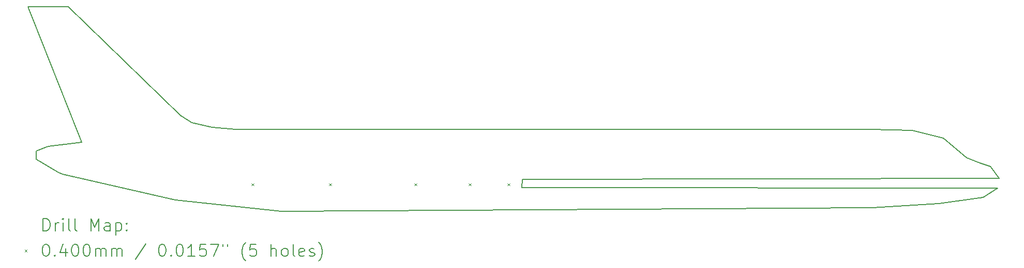
<source format=gbr>
%TF.GenerationSoftware,KiCad,Pcbnew,7.0.10*%
%TF.CreationDate,2024-11-15T18:30:06-05:00*%
%TF.ProjectId,plane_side_view,706c616e-655f-4736-9964-655f76696577,rev?*%
%TF.SameCoordinates,Original*%
%TF.FileFunction,Drillmap*%
%TF.FilePolarity,Positive*%
%FSLAX45Y45*%
G04 Gerber Fmt 4.5, Leading zero omitted, Abs format (unit mm)*
G04 Created by KiCad (PCBNEW 7.0.10) date 2024-11-15 18:30:06*
%MOMM*%
%LPD*%
G01*
G04 APERTURE LIST*
%ADD10C,0.200000*%
%ADD11C,0.100000*%
G04 APERTURE END LIST*
D10*
X11903330Y-7279906D02*
X11902317Y-7415676D01*
X19688535Y-7421616D02*
X19448796Y-7580352D01*
X19568495Y-7068971D02*
X19393239Y-7010720D01*
X19711997Y-7259616D02*
X19568495Y-7068971D01*
X19182686Y-6922030D02*
X19393239Y-7010720D01*
X18796000Y-6604000D02*
X19182686Y-6922030D01*
X18288000Y-6477000D02*
X18796000Y-6604000D01*
X17607750Y-6455518D02*
X18288000Y-6477000D01*
X18719006Y-7681909D02*
X19448796Y-7580352D01*
X17640197Y-7745760D02*
X18719006Y-7681909D01*
X6223000Y-7620000D02*
X4381271Y-7193609D01*
X7960709Y-7804164D02*
X6223000Y-7620000D01*
X11902317Y-7415676D02*
X19688535Y-7421616D01*
X19711997Y-7259616D02*
X11903330Y-7279906D01*
X4303955Y-7162628D02*
X4322903Y-7170344D01*
X4342105Y-7178080D01*
X4361561Y-7185834D01*
X4381271Y-7193609D01*
X7960709Y-7804164D02*
X17640197Y-7745760D01*
X7216953Y-6455518D02*
X17607750Y-6455518D01*
X6828410Y-6422475D02*
X7216953Y-6455518D01*
X6494560Y-6347274D02*
X6828410Y-6422475D01*
X6308443Y-6234751D02*
X6494560Y-6347274D01*
X4470481Y-4445000D02*
X6308443Y-6234751D01*
X3945111Y-6947568D02*
X4303955Y-7162628D01*
X3945111Y-6816524D02*
X3945111Y-6947568D01*
X4140240Y-6739337D02*
X3945111Y-6816524D01*
X4689730Y-6668958D02*
X4140240Y-6739337D01*
X3810000Y-4445000D02*
X4689730Y-6668958D01*
X4470481Y-4445000D02*
X3810000Y-4445000D01*
D11*
X7473000Y-7346000D02*
X7513000Y-7386000D01*
X7513000Y-7346000D02*
X7473000Y-7386000D01*
X8743000Y-7346000D02*
X8783000Y-7386000D01*
X8783000Y-7346000D02*
X8743000Y-7386000D01*
X10140000Y-7346000D02*
X10180000Y-7386000D01*
X10180000Y-7346000D02*
X10140000Y-7386000D01*
X11029000Y-7346000D02*
X11069000Y-7386000D01*
X11069000Y-7346000D02*
X11029000Y-7386000D01*
X11664000Y-7346000D02*
X11704000Y-7386000D01*
X11704000Y-7346000D02*
X11664000Y-7386000D01*
D10*
X4060777Y-8125648D02*
X4060777Y-7925648D01*
X4060777Y-7925648D02*
X4108396Y-7925648D01*
X4108396Y-7925648D02*
X4136967Y-7935171D01*
X4136967Y-7935171D02*
X4156015Y-7954219D01*
X4156015Y-7954219D02*
X4165539Y-7973267D01*
X4165539Y-7973267D02*
X4175062Y-8011362D01*
X4175062Y-8011362D02*
X4175062Y-8039933D01*
X4175062Y-8039933D02*
X4165539Y-8078029D01*
X4165539Y-8078029D02*
X4156015Y-8097076D01*
X4156015Y-8097076D02*
X4136967Y-8116124D01*
X4136967Y-8116124D02*
X4108396Y-8125648D01*
X4108396Y-8125648D02*
X4060777Y-8125648D01*
X4260777Y-8125648D02*
X4260777Y-7992314D01*
X4260777Y-8030410D02*
X4270301Y-8011362D01*
X4270301Y-8011362D02*
X4279824Y-8001838D01*
X4279824Y-8001838D02*
X4298872Y-7992314D01*
X4298872Y-7992314D02*
X4317920Y-7992314D01*
X4384586Y-8125648D02*
X4384586Y-7992314D01*
X4384586Y-7925648D02*
X4375063Y-7935171D01*
X4375063Y-7935171D02*
X4384586Y-7944695D01*
X4384586Y-7944695D02*
X4394110Y-7935171D01*
X4394110Y-7935171D02*
X4384586Y-7925648D01*
X4384586Y-7925648D02*
X4384586Y-7944695D01*
X4508396Y-8125648D02*
X4489348Y-8116124D01*
X4489348Y-8116124D02*
X4479824Y-8097076D01*
X4479824Y-8097076D02*
X4479824Y-7925648D01*
X4613158Y-8125648D02*
X4594110Y-8116124D01*
X4594110Y-8116124D02*
X4584586Y-8097076D01*
X4584586Y-8097076D02*
X4584586Y-7925648D01*
X4841729Y-8125648D02*
X4841729Y-7925648D01*
X4841729Y-7925648D02*
X4908396Y-8068505D01*
X4908396Y-8068505D02*
X4975063Y-7925648D01*
X4975063Y-7925648D02*
X4975063Y-8125648D01*
X5156015Y-8125648D02*
X5156015Y-8020886D01*
X5156015Y-8020886D02*
X5146491Y-8001838D01*
X5146491Y-8001838D02*
X5127444Y-7992314D01*
X5127444Y-7992314D02*
X5089348Y-7992314D01*
X5089348Y-7992314D02*
X5070301Y-8001838D01*
X5156015Y-8116124D02*
X5136967Y-8125648D01*
X5136967Y-8125648D02*
X5089348Y-8125648D01*
X5089348Y-8125648D02*
X5070301Y-8116124D01*
X5070301Y-8116124D02*
X5060777Y-8097076D01*
X5060777Y-8097076D02*
X5060777Y-8078029D01*
X5060777Y-8078029D02*
X5070301Y-8058981D01*
X5070301Y-8058981D02*
X5089348Y-8049457D01*
X5089348Y-8049457D02*
X5136967Y-8049457D01*
X5136967Y-8049457D02*
X5156015Y-8039933D01*
X5251253Y-7992314D02*
X5251253Y-8192314D01*
X5251253Y-8001838D02*
X5270301Y-7992314D01*
X5270301Y-7992314D02*
X5308396Y-7992314D01*
X5308396Y-7992314D02*
X5327444Y-8001838D01*
X5327444Y-8001838D02*
X5336967Y-8011362D01*
X5336967Y-8011362D02*
X5346491Y-8030410D01*
X5346491Y-8030410D02*
X5346491Y-8087552D01*
X5346491Y-8087552D02*
X5336967Y-8106600D01*
X5336967Y-8106600D02*
X5327444Y-8116124D01*
X5327444Y-8116124D02*
X5308396Y-8125648D01*
X5308396Y-8125648D02*
X5270301Y-8125648D01*
X5270301Y-8125648D02*
X5251253Y-8116124D01*
X5432205Y-8106600D02*
X5441729Y-8116124D01*
X5441729Y-8116124D02*
X5432205Y-8125648D01*
X5432205Y-8125648D02*
X5422682Y-8116124D01*
X5422682Y-8116124D02*
X5432205Y-8106600D01*
X5432205Y-8106600D02*
X5432205Y-8125648D01*
X5432205Y-8001838D02*
X5441729Y-8011362D01*
X5441729Y-8011362D02*
X5432205Y-8020886D01*
X5432205Y-8020886D02*
X5422682Y-8011362D01*
X5422682Y-8011362D02*
X5432205Y-8001838D01*
X5432205Y-8001838D02*
X5432205Y-8020886D01*
D11*
X3760000Y-8434164D02*
X3800000Y-8474164D01*
X3800000Y-8434164D02*
X3760000Y-8474164D01*
D10*
X4098872Y-8345648D02*
X4117920Y-8345648D01*
X4117920Y-8345648D02*
X4136967Y-8355171D01*
X4136967Y-8355171D02*
X4146491Y-8364695D01*
X4146491Y-8364695D02*
X4156015Y-8383743D01*
X4156015Y-8383743D02*
X4165539Y-8421838D01*
X4165539Y-8421838D02*
X4165539Y-8469457D01*
X4165539Y-8469457D02*
X4156015Y-8507552D01*
X4156015Y-8507552D02*
X4146491Y-8526600D01*
X4146491Y-8526600D02*
X4136967Y-8536124D01*
X4136967Y-8536124D02*
X4117920Y-8545648D01*
X4117920Y-8545648D02*
X4098872Y-8545648D01*
X4098872Y-8545648D02*
X4079824Y-8536124D01*
X4079824Y-8536124D02*
X4070301Y-8526600D01*
X4070301Y-8526600D02*
X4060777Y-8507552D01*
X4060777Y-8507552D02*
X4051253Y-8469457D01*
X4051253Y-8469457D02*
X4051253Y-8421838D01*
X4051253Y-8421838D02*
X4060777Y-8383743D01*
X4060777Y-8383743D02*
X4070301Y-8364695D01*
X4070301Y-8364695D02*
X4079824Y-8355171D01*
X4079824Y-8355171D02*
X4098872Y-8345648D01*
X4251253Y-8526600D02*
X4260777Y-8536124D01*
X4260777Y-8536124D02*
X4251253Y-8545648D01*
X4251253Y-8545648D02*
X4241729Y-8536124D01*
X4241729Y-8536124D02*
X4251253Y-8526600D01*
X4251253Y-8526600D02*
X4251253Y-8545648D01*
X4432205Y-8412314D02*
X4432205Y-8545648D01*
X4384586Y-8336124D02*
X4336967Y-8478981D01*
X4336967Y-8478981D02*
X4460777Y-8478981D01*
X4575063Y-8345648D02*
X4594110Y-8345648D01*
X4594110Y-8345648D02*
X4613158Y-8355171D01*
X4613158Y-8355171D02*
X4622682Y-8364695D01*
X4622682Y-8364695D02*
X4632205Y-8383743D01*
X4632205Y-8383743D02*
X4641729Y-8421838D01*
X4641729Y-8421838D02*
X4641729Y-8469457D01*
X4641729Y-8469457D02*
X4632205Y-8507552D01*
X4632205Y-8507552D02*
X4622682Y-8526600D01*
X4622682Y-8526600D02*
X4613158Y-8536124D01*
X4613158Y-8536124D02*
X4594110Y-8545648D01*
X4594110Y-8545648D02*
X4575063Y-8545648D01*
X4575063Y-8545648D02*
X4556015Y-8536124D01*
X4556015Y-8536124D02*
X4546491Y-8526600D01*
X4546491Y-8526600D02*
X4536967Y-8507552D01*
X4536967Y-8507552D02*
X4527444Y-8469457D01*
X4527444Y-8469457D02*
X4527444Y-8421838D01*
X4527444Y-8421838D02*
X4536967Y-8383743D01*
X4536967Y-8383743D02*
X4546491Y-8364695D01*
X4546491Y-8364695D02*
X4556015Y-8355171D01*
X4556015Y-8355171D02*
X4575063Y-8345648D01*
X4765539Y-8345648D02*
X4784586Y-8345648D01*
X4784586Y-8345648D02*
X4803634Y-8355171D01*
X4803634Y-8355171D02*
X4813158Y-8364695D01*
X4813158Y-8364695D02*
X4822682Y-8383743D01*
X4822682Y-8383743D02*
X4832205Y-8421838D01*
X4832205Y-8421838D02*
X4832205Y-8469457D01*
X4832205Y-8469457D02*
X4822682Y-8507552D01*
X4822682Y-8507552D02*
X4813158Y-8526600D01*
X4813158Y-8526600D02*
X4803634Y-8536124D01*
X4803634Y-8536124D02*
X4784586Y-8545648D01*
X4784586Y-8545648D02*
X4765539Y-8545648D01*
X4765539Y-8545648D02*
X4746491Y-8536124D01*
X4746491Y-8536124D02*
X4736967Y-8526600D01*
X4736967Y-8526600D02*
X4727444Y-8507552D01*
X4727444Y-8507552D02*
X4717920Y-8469457D01*
X4717920Y-8469457D02*
X4717920Y-8421838D01*
X4717920Y-8421838D02*
X4727444Y-8383743D01*
X4727444Y-8383743D02*
X4736967Y-8364695D01*
X4736967Y-8364695D02*
X4746491Y-8355171D01*
X4746491Y-8355171D02*
X4765539Y-8345648D01*
X4917920Y-8545648D02*
X4917920Y-8412314D01*
X4917920Y-8431362D02*
X4927444Y-8421838D01*
X4927444Y-8421838D02*
X4946491Y-8412314D01*
X4946491Y-8412314D02*
X4975063Y-8412314D01*
X4975063Y-8412314D02*
X4994110Y-8421838D01*
X4994110Y-8421838D02*
X5003634Y-8440886D01*
X5003634Y-8440886D02*
X5003634Y-8545648D01*
X5003634Y-8440886D02*
X5013158Y-8421838D01*
X5013158Y-8421838D02*
X5032205Y-8412314D01*
X5032205Y-8412314D02*
X5060777Y-8412314D01*
X5060777Y-8412314D02*
X5079825Y-8421838D01*
X5079825Y-8421838D02*
X5089348Y-8440886D01*
X5089348Y-8440886D02*
X5089348Y-8545648D01*
X5184586Y-8545648D02*
X5184586Y-8412314D01*
X5184586Y-8431362D02*
X5194110Y-8421838D01*
X5194110Y-8421838D02*
X5213158Y-8412314D01*
X5213158Y-8412314D02*
X5241729Y-8412314D01*
X5241729Y-8412314D02*
X5260777Y-8421838D01*
X5260777Y-8421838D02*
X5270301Y-8440886D01*
X5270301Y-8440886D02*
X5270301Y-8545648D01*
X5270301Y-8440886D02*
X5279825Y-8421838D01*
X5279825Y-8421838D02*
X5298872Y-8412314D01*
X5298872Y-8412314D02*
X5327444Y-8412314D01*
X5327444Y-8412314D02*
X5346491Y-8421838D01*
X5346491Y-8421838D02*
X5356015Y-8440886D01*
X5356015Y-8440886D02*
X5356015Y-8545648D01*
X5746491Y-8336124D02*
X5575063Y-8593267D01*
X6003634Y-8345648D02*
X6022682Y-8345648D01*
X6022682Y-8345648D02*
X6041729Y-8355171D01*
X6041729Y-8355171D02*
X6051253Y-8364695D01*
X6051253Y-8364695D02*
X6060777Y-8383743D01*
X6060777Y-8383743D02*
X6070301Y-8421838D01*
X6070301Y-8421838D02*
X6070301Y-8469457D01*
X6070301Y-8469457D02*
X6060777Y-8507552D01*
X6060777Y-8507552D02*
X6051253Y-8526600D01*
X6051253Y-8526600D02*
X6041729Y-8536124D01*
X6041729Y-8536124D02*
X6022682Y-8545648D01*
X6022682Y-8545648D02*
X6003634Y-8545648D01*
X6003634Y-8545648D02*
X5984586Y-8536124D01*
X5984586Y-8536124D02*
X5975063Y-8526600D01*
X5975063Y-8526600D02*
X5965539Y-8507552D01*
X5965539Y-8507552D02*
X5956015Y-8469457D01*
X5956015Y-8469457D02*
X5956015Y-8421838D01*
X5956015Y-8421838D02*
X5965539Y-8383743D01*
X5965539Y-8383743D02*
X5975063Y-8364695D01*
X5975063Y-8364695D02*
X5984586Y-8355171D01*
X5984586Y-8355171D02*
X6003634Y-8345648D01*
X6156015Y-8526600D02*
X6165539Y-8536124D01*
X6165539Y-8536124D02*
X6156015Y-8545648D01*
X6156015Y-8545648D02*
X6146491Y-8536124D01*
X6146491Y-8536124D02*
X6156015Y-8526600D01*
X6156015Y-8526600D02*
X6156015Y-8545648D01*
X6289348Y-8345648D02*
X6308396Y-8345648D01*
X6308396Y-8345648D02*
X6327444Y-8355171D01*
X6327444Y-8355171D02*
X6336967Y-8364695D01*
X6336967Y-8364695D02*
X6346491Y-8383743D01*
X6346491Y-8383743D02*
X6356015Y-8421838D01*
X6356015Y-8421838D02*
X6356015Y-8469457D01*
X6356015Y-8469457D02*
X6346491Y-8507552D01*
X6346491Y-8507552D02*
X6336967Y-8526600D01*
X6336967Y-8526600D02*
X6327444Y-8536124D01*
X6327444Y-8536124D02*
X6308396Y-8545648D01*
X6308396Y-8545648D02*
X6289348Y-8545648D01*
X6289348Y-8545648D02*
X6270301Y-8536124D01*
X6270301Y-8536124D02*
X6260777Y-8526600D01*
X6260777Y-8526600D02*
X6251253Y-8507552D01*
X6251253Y-8507552D02*
X6241729Y-8469457D01*
X6241729Y-8469457D02*
X6241729Y-8421838D01*
X6241729Y-8421838D02*
X6251253Y-8383743D01*
X6251253Y-8383743D02*
X6260777Y-8364695D01*
X6260777Y-8364695D02*
X6270301Y-8355171D01*
X6270301Y-8355171D02*
X6289348Y-8345648D01*
X6546491Y-8545648D02*
X6432206Y-8545648D01*
X6489348Y-8545648D02*
X6489348Y-8345648D01*
X6489348Y-8345648D02*
X6470301Y-8374219D01*
X6470301Y-8374219D02*
X6451253Y-8393267D01*
X6451253Y-8393267D02*
X6432206Y-8402791D01*
X6727444Y-8345648D02*
X6632206Y-8345648D01*
X6632206Y-8345648D02*
X6622682Y-8440886D01*
X6622682Y-8440886D02*
X6632206Y-8431362D01*
X6632206Y-8431362D02*
X6651253Y-8421838D01*
X6651253Y-8421838D02*
X6698872Y-8421838D01*
X6698872Y-8421838D02*
X6717920Y-8431362D01*
X6717920Y-8431362D02*
X6727444Y-8440886D01*
X6727444Y-8440886D02*
X6736967Y-8459933D01*
X6736967Y-8459933D02*
X6736967Y-8507552D01*
X6736967Y-8507552D02*
X6727444Y-8526600D01*
X6727444Y-8526600D02*
X6717920Y-8536124D01*
X6717920Y-8536124D02*
X6698872Y-8545648D01*
X6698872Y-8545648D02*
X6651253Y-8545648D01*
X6651253Y-8545648D02*
X6632206Y-8536124D01*
X6632206Y-8536124D02*
X6622682Y-8526600D01*
X6803634Y-8345648D02*
X6936967Y-8345648D01*
X6936967Y-8345648D02*
X6851253Y-8545648D01*
X7003634Y-8345648D02*
X7003634Y-8383743D01*
X7079825Y-8345648D02*
X7079825Y-8383743D01*
X7375063Y-8621838D02*
X7365539Y-8612314D01*
X7365539Y-8612314D02*
X7346491Y-8583743D01*
X7346491Y-8583743D02*
X7336968Y-8564695D01*
X7336968Y-8564695D02*
X7327444Y-8536124D01*
X7327444Y-8536124D02*
X7317920Y-8488505D01*
X7317920Y-8488505D02*
X7317920Y-8450410D01*
X7317920Y-8450410D02*
X7327444Y-8402791D01*
X7327444Y-8402791D02*
X7336968Y-8374219D01*
X7336968Y-8374219D02*
X7346491Y-8355171D01*
X7346491Y-8355171D02*
X7365539Y-8326600D01*
X7365539Y-8326600D02*
X7375063Y-8317076D01*
X7546491Y-8345648D02*
X7451253Y-8345648D01*
X7451253Y-8345648D02*
X7441729Y-8440886D01*
X7441729Y-8440886D02*
X7451253Y-8431362D01*
X7451253Y-8431362D02*
X7470301Y-8421838D01*
X7470301Y-8421838D02*
X7517920Y-8421838D01*
X7517920Y-8421838D02*
X7536968Y-8431362D01*
X7536968Y-8431362D02*
X7546491Y-8440886D01*
X7546491Y-8440886D02*
X7556015Y-8459933D01*
X7556015Y-8459933D02*
X7556015Y-8507552D01*
X7556015Y-8507552D02*
X7546491Y-8526600D01*
X7546491Y-8526600D02*
X7536968Y-8536124D01*
X7536968Y-8536124D02*
X7517920Y-8545648D01*
X7517920Y-8545648D02*
X7470301Y-8545648D01*
X7470301Y-8545648D02*
X7451253Y-8536124D01*
X7451253Y-8536124D02*
X7441729Y-8526600D01*
X7794110Y-8545648D02*
X7794110Y-8345648D01*
X7879825Y-8545648D02*
X7879825Y-8440886D01*
X7879825Y-8440886D02*
X7870301Y-8421838D01*
X7870301Y-8421838D02*
X7851253Y-8412314D01*
X7851253Y-8412314D02*
X7822682Y-8412314D01*
X7822682Y-8412314D02*
X7803634Y-8421838D01*
X7803634Y-8421838D02*
X7794110Y-8431362D01*
X8003634Y-8545648D02*
X7984587Y-8536124D01*
X7984587Y-8536124D02*
X7975063Y-8526600D01*
X7975063Y-8526600D02*
X7965539Y-8507552D01*
X7965539Y-8507552D02*
X7965539Y-8450410D01*
X7965539Y-8450410D02*
X7975063Y-8431362D01*
X7975063Y-8431362D02*
X7984587Y-8421838D01*
X7984587Y-8421838D02*
X8003634Y-8412314D01*
X8003634Y-8412314D02*
X8032206Y-8412314D01*
X8032206Y-8412314D02*
X8051253Y-8421838D01*
X8051253Y-8421838D02*
X8060777Y-8431362D01*
X8060777Y-8431362D02*
X8070301Y-8450410D01*
X8070301Y-8450410D02*
X8070301Y-8507552D01*
X8070301Y-8507552D02*
X8060777Y-8526600D01*
X8060777Y-8526600D02*
X8051253Y-8536124D01*
X8051253Y-8536124D02*
X8032206Y-8545648D01*
X8032206Y-8545648D02*
X8003634Y-8545648D01*
X8184587Y-8545648D02*
X8165539Y-8536124D01*
X8165539Y-8536124D02*
X8156015Y-8517076D01*
X8156015Y-8517076D02*
X8156015Y-8345648D01*
X8336968Y-8536124D02*
X8317920Y-8545648D01*
X8317920Y-8545648D02*
X8279825Y-8545648D01*
X8279825Y-8545648D02*
X8260777Y-8536124D01*
X8260777Y-8536124D02*
X8251253Y-8517076D01*
X8251253Y-8517076D02*
X8251253Y-8440886D01*
X8251253Y-8440886D02*
X8260777Y-8421838D01*
X8260777Y-8421838D02*
X8279825Y-8412314D01*
X8279825Y-8412314D02*
X8317920Y-8412314D01*
X8317920Y-8412314D02*
X8336968Y-8421838D01*
X8336968Y-8421838D02*
X8346491Y-8440886D01*
X8346491Y-8440886D02*
X8346491Y-8459933D01*
X8346491Y-8459933D02*
X8251253Y-8478981D01*
X8422682Y-8536124D02*
X8441730Y-8545648D01*
X8441730Y-8545648D02*
X8479825Y-8545648D01*
X8479825Y-8545648D02*
X8498873Y-8536124D01*
X8498873Y-8536124D02*
X8508396Y-8517076D01*
X8508396Y-8517076D02*
X8508396Y-8507552D01*
X8508396Y-8507552D02*
X8498873Y-8488505D01*
X8498873Y-8488505D02*
X8479825Y-8478981D01*
X8479825Y-8478981D02*
X8451253Y-8478981D01*
X8451253Y-8478981D02*
X8432206Y-8469457D01*
X8432206Y-8469457D02*
X8422682Y-8450410D01*
X8422682Y-8450410D02*
X8422682Y-8440886D01*
X8422682Y-8440886D02*
X8432206Y-8421838D01*
X8432206Y-8421838D02*
X8451253Y-8412314D01*
X8451253Y-8412314D02*
X8479825Y-8412314D01*
X8479825Y-8412314D02*
X8498873Y-8421838D01*
X8575063Y-8621838D02*
X8584587Y-8612314D01*
X8584587Y-8612314D02*
X8603634Y-8583743D01*
X8603634Y-8583743D02*
X8613158Y-8564695D01*
X8613158Y-8564695D02*
X8622682Y-8536124D01*
X8622682Y-8536124D02*
X8632206Y-8488505D01*
X8632206Y-8488505D02*
X8632206Y-8450410D01*
X8632206Y-8450410D02*
X8622682Y-8402791D01*
X8622682Y-8402791D02*
X8613158Y-8374219D01*
X8613158Y-8374219D02*
X8603634Y-8355171D01*
X8603634Y-8355171D02*
X8584587Y-8326600D01*
X8584587Y-8326600D02*
X8575063Y-8317076D01*
M02*

</source>
